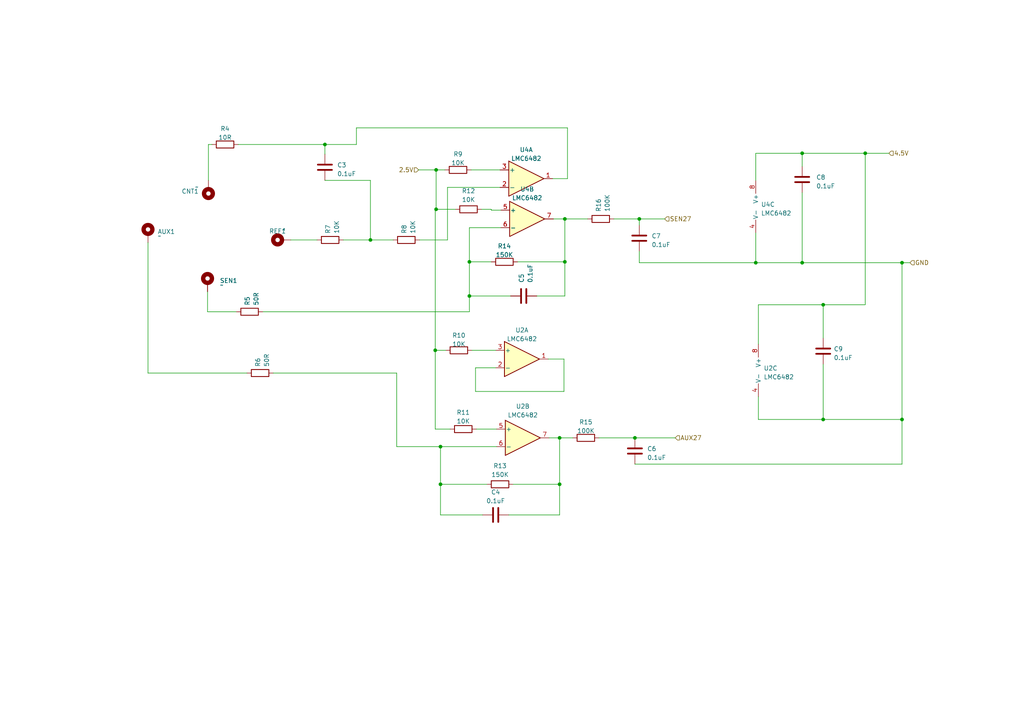
<source format=kicad_sch>
(kicad_sch (version 20230121) (generator eeschema)

  (uuid 697ca994-3231-4188-9ff1-7b6ef38875cb)

  (paper "A4")

  (lib_symbols
    (symbol "Amplifier_Operational:LMC6482" (pin_names (offset 0.127)) (in_bom yes) (on_board yes)
      (property "Reference" "U" (at 0 5.08 0)
        (effects (font (size 1.27 1.27)) (justify left))
      )
      (property "Value" "LMC6482" (at 0 -5.08 0)
        (effects (font (size 1.27 1.27)) (justify left))
      )
      (property "Footprint" "" (at 0 0 0)
        (effects (font (size 1.27 1.27)) hide)
      )
      (property "Datasheet" "http://www.ti.com/lit/ds/symlink/lmc6482.pdf" (at 0 0 0)
        (effects (font (size 1.27 1.27)) hide)
      )
      (property "ki_locked" "" (at 0 0 0)
        (effects (font (size 1.27 1.27)))
      )
      (property "ki_keywords" "dual opamp" (at 0 0 0)
        (effects (font (size 1.27 1.27)) hide)
      )
      (property "ki_description" "Dual CMOS Rail-to-Rail Input and Output Operational Amplifier, DIP-8/SOIC-8, SSOP-8" (at 0 0 0)
        (effects (font (size 1.27 1.27)) hide)
      )
      (property "ki_fp_filters" "SOIC*3.9x4.9mm*P1.27mm* DIP*W7.62mm* TO*99* OnSemi*Micro8* TSSOP*3x3mm*P0.65mm* TSSOP*4.4x3mm*P0.65mm* MSOP*3x3mm*P0.65mm* SSOP*3.9x4.9mm*P0.635mm* LFCSP*2x2mm*P0.5mm* *SIP* SOIC*5.3x6.2mm*P1.27mm*" (at 0 0 0)
        (effects (font (size 1.27 1.27)) hide)
      )
      (symbol "LMC6482_1_1"
        (polyline
          (pts
            (xy -5.08 5.08)
            (xy 5.08 0)
            (xy -5.08 -5.08)
            (xy -5.08 5.08)
          )
          (stroke (width 0.254) (type default))
          (fill (type background))
        )
        (pin output line (at 7.62 0 180) (length 2.54)
          (name "~" (effects (font (size 1.27 1.27))))
          (number "1" (effects (font (size 1.27 1.27))))
        )
        (pin input line (at -7.62 -2.54 0) (length 2.54)
          (name "-" (effects (font (size 1.27 1.27))))
          (number "2" (effects (font (size 1.27 1.27))))
        )
        (pin input line (at -7.62 2.54 0) (length 2.54)
          (name "+" (effects (font (size 1.27 1.27))))
          (number "3" (effects (font (size 1.27 1.27))))
        )
      )
      (symbol "LMC6482_2_1"
        (polyline
          (pts
            (xy -5.08 5.08)
            (xy 5.08 0)
            (xy -5.08 -5.08)
            (xy -5.08 5.08)
          )
          (stroke (width 0.254) (type default))
          (fill (type background))
        )
        (pin input line (at -7.62 2.54 0) (length 2.54)
          (name "+" (effects (font (size 1.27 1.27))))
          (number "5" (effects (font (size 1.27 1.27))))
        )
        (pin input line (at -7.62 -2.54 0) (length 2.54)
          (name "-" (effects (font (size 1.27 1.27))))
          (number "6" (effects (font (size 1.27 1.27))))
        )
        (pin output line (at 7.62 0 180) (length 2.54)
          (name "~" (effects (font (size 1.27 1.27))))
          (number "7" (effects (font (size 1.27 1.27))))
        )
      )
      (symbol "LMC6482_3_1"
        (pin power_in line (at -2.54 -7.62 90) (length 3.81)
          (name "V-" (effects (font (size 1.27 1.27))))
          (number "4" (effects (font (size 1.27 1.27))))
        )
        (pin power_in line (at -2.54 7.62 270) (length 3.81)
          (name "V+" (effects (font (size 1.27 1.27))))
          (number "8" (effects (font (size 1.27 1.27))))
        )
      )
    )
    (symbol "Device:C" (pin_numbers hide) (pin_names (offset 0.254)) (in_bom yes) (on_board yes)
      (property "Reference" "C" (at 0.635 2.54 0)
        (effects (font (size 1.27 1.27)) (justify left))
      )
      (property "Value" "C" (at 0.635 -2.54 0)
        (effects (font (size 1.27 1.27)) (justify left))
      )
      (property "Footprint" "" (at 0.9652 -3.81 0)
        (effects (font (size 1.27 1.27)) hide)
      )
      (property "Datasheet" "~" (at 0 0 0)
        (effects (font (size 1.27 1.27)) hide)
      )
      (property "ki_keywords" "cap capacitor" (at 0 0 0)
        (effects (font (size 1.27 1.27)) hide)
      )
      (property "ki_description" "Unpolarized capacitor" (at 0 0 0)
        (effects (font (size 1.27 1.27)) hide)
      )
      (property "ki_fp_filters" "C_*" (at 0 0 0)
        (effects (font (size 1.27 1.27)) hide)
      )
      (symbol "C_0_1"
        (polyline
          (pts
            (xy -2.032 -0.762)
            (xy 2.032 -0.762)
          )
          (stroke (width 0.508) (type default))
          (fill (type none))
        )
        (polyline
          (pts
            (xy -2.032 0.762)
            (xy 2.032 0.762)
          )
          (stroke (width 0.508) (type default))
          (fill (type none))
        )
      )
      (symbol "C_1_1"
        (pin passive line (at 0 3.81 270) (length 2.794)
          (name "~" (effects (font (size 1.27 1.27))))
          (number "1" (effects (font (size 1.27 1.27))))
        )
        (pin passive line (at 0 -3.81 90) (length 2.794)
          (name "~" (effects (font (size 1.27 1.27))))
          (number "2" (effects (font (size 1.27 1.27))))
        )
      )
    )
    (symbol "Device:R" (pin_numbers hide) (pin_names (offset 0)) (in_bom yes) (on_board yes)
      (property "Reference" "R" (at 2.032 0 90)
        (effects (font (size 1.27 1.27)))
      )
      (property "Value" "R" (at 0 0 90)
        (effects (font (size 1.27 1.27)))
      )
      (property "Footprint" "" (at -1.778 0 90)
        (effects (font (size 1.27 1.27)) hide)
      )
      (property "Datasheet" "~" (at 0 0 0)
        (effects (font (size 1.27 1.27)) hide)
      )
      (property "ki_keywords" "R res resistor" (at 0 0 0)
        (effects (font (size 1.27 1.27)) hide)
      )
      (property "ki_description" "Resistor" (at 0 0 0)
        (effects (font (size 1.27 1.27)) hide)
      )
      (property "ki_fp_filters" "R_*" (at 0 0 0)
        (effects (font (size 1.27 1.27)) hide)
      )
      (symbol "R_0_1"
        (rectangle (start -1.016 -2.54) (end 1.016 2.54)
          (stroke (width 0.254) (type default))
          (fill (type none))
        )
      )
      (symbol "R_1_1"
        (pin passive line (at 0 3.81 270) (length 1.27)
          (name "~" (effects (font (size 1.27 1.27))))
          (number "1" (effects (font (size 1.27 1.27))))
        )
        (pin passive line (at 0 -3.81 90) (length 1.27)
          (name "~" (effects (font (size 1.27 1.27))))
          (number "2" (effects (font (size 1.27 1.27))))
        )
      )
    )
    (symbol "Mechanical:MountingHole_Pad" (pin_numbers hide) (pin_names (offset 1.016) hide) (in_bom yes) (on_board yes)
      (property "Reference" "H" (at 0 6.35 0)
        (effects (font (size 1.27 1.27)))
      )
      (property "Value" "MountingHole_Pad" (at 0 4.445 0)
        (effects (font (size 1.27 1.27)))
      )
      (property "Footprint" "" (at 0 0 0)
        (effects (font (size 1.27 1.27)) hide)
      )
      (property "Datasheet" "~" (at 0 0 0)
        (effects (font (size 1.27 1.27)) hide)
      )
      (property "ki_keywords" "mounting hole" (at 0 0 0)
        (effects (font (size 1.27 1.27)) hide)
      )
      (property "ki_description" "Mounting Hole with connection" (at 0 0 0)
        (effects (font (size 1.27 1.27)) hide)
      )
      (property "ki_fp_filters" "MountingHole*Pad*" (at 0 0 0)
        (effects (font (size 1.27 1.27)) hide)
      )
      (symbol "MountingHole_Pad_0_1"
        (circle (center 0 1.27) (radius 1.27)
          (stroke (width 1.27) (type default))
          (fill (type none))
        )
      )
      (symbol "MountingHole_Pad_1_1"
        (pin input line (at 0 -2.54 90) (length 2.54)
          (name "1" (effects (font (size 1.27 1.27))))
          (number "1" (effects (font (size 1.27 1.27))))
        )
      )
    )
  )

  (junction (at 261.62 76.2) (diameter 0) (color 0 0 0 0)
    (uuid 049cac1a-1381-4f1f-9312-28be4426a37a)
  )
  (junction (at 163.83 75.946) (diameter 0) (color 0 0 0 0)
    (uuid 161024d7-dd4c-4aae-9466-1c647064b5da)
  )
  (junction (at 184.15 127) (diameter 0) (color 0 0 0 0)
    (uuid 2ab3ff15-27ce-4292-90e5-aa428e73c077)
  )
  (junction (at 126.492 60.706) (diameter 0) (color 0 0 0 0)
    (uuid 340294b5-8e11-48d0-8ea6-5cac2dcae473)
  )
  (junction (at 136.144 75.946) (diameter 0) (color 0 0 0 0)
    (uuid 37d0ae6a-70aa-4567-bc0a-299cc02b1f0d)
  )
  (junction (at 126.238 101.6) (diameter 0) (color 0 0 0 0)
    (uuid 497d8d3c-a94b-498e-9e1d-d50a5ebc21b9)
  )
  (junction (at 127.762 140.462) (diameter 0) (color 0 0 0 0)
    (uuid 4cfc5ae7-09bc-42a7-a3dc-f7ec8fda8b60)
  )
  (junction (at 238.76 121.666) (diameter 0) (color 0 0 0 0)
    (uuid 50410511-460b-4ba0-807a-2f252d21c2de)
  )
  (junction (at 261.62 121.666) (diameter 0) (color 0 0 0 0)
    (uuid 56f6aa72-f89b-40dd-b83e-7b9018b55be6)
  )
  (junction (at 232.664 76.2) (diameter 0) (color 0 0 0 0)
    (uuid 5c0979c4-cbab-4fd7-a602-59727fd073c4)
  )
  (junction (at 238.76 88.392) (diameter 0) (color 0 0 0 0)
    (uuid 5cc8b35a-f50e-42a3-b269-56d7a55bb9bd)
  )
  (junction (at 107.442 69.596) (diameter 0) (color 0 0 0 0)
    (uuid 64ce159f-d815-4cd2-814b-082216aea5e4)
  )
  (junction (at 162.306 127) (diameter 0) (color 0 0 0 0)
    (uuid 6fe25996-bb6e-4502-b303-74a2f9a829c1)
  )
  (junction (at 162.306 140.462) (diameter 0) (color 0 0 0 0)
    (uuid 77c5951c-edca-4a43-9baf-c798fb6d004c)
  )
  (junction (at 127.762 129.54) (diameter 0) (color 0 0 0 0)
    (uuid 7c481650-2bed-474b-8b45-5f01f988b65d)
  )
  (junction (at 185.42 63.5) (diameter 0) (color 0 0 0 0)
    (uuid 8eb787fe-6956-48be-8af9-17431dbb117a)
  )
  (junction (at 232.664 44.45) (diameter 0) (color 0 0 0 0)
    (uuid a486615d-9e4b-47bf-a4c1-99ec7fc170a6)
  )
  (junction (at 126.492 49.276) (diameter 0) (color 0 0 0 0)
    (uuid a7c8302c-7fa3-429b-838c-6cbc931d0238)
  )
  (junction (at 163.83 63.5) (diameter 0) (color 0 0 0 0)
    (uuid a9a7784b-c446-46bc-9dc8-821a71065912)
  )
  (junction (at 136.144 85.852) (diameter 0) (color 0 0 0 0)
    (uuid b5d70406-bc01-4185-8ccc-2c077b5a0db0)
  )
  (junction (at 219.202 76.2) (diameter 0) (color 0 0 0 0)
    (uuid d21fb3d5-922c-4e94-b6d5-fe9e2349cad6)
  )
  (junction (at 94.234 41.91) (diameter 0) (color 0 0 0 0)
    (uuid dd47f878-7222-42ff-af78-29aa15c8ed91)
  )
  (junction (at 250.952 44.45) (diameter 0) (color 0 0 0 0)
    (uuid e5f62bf2-95c4-42aa-8e85-e0c1584e7c17)
  )

  (wire (pts (xy 60.452 41.91) (xy 61.468 41.91))
    (stroke (width 0) (type default))
    (uuid 019f015e-3e7d-4597-a897-edef80c5abc1)
  )
  (wire (pts (xy 130.556 124.46) (xy 126.238 124.46))
    (stroke (width 0) (type default))
    (uuid 05c8fc17-9370-4b78-bd2b-25e4483b578d)
  )
  (wire (pts (xy 129.286 101.6) (xy 126.238 101.6))
    (stroke (width 0) (type default))
    (uuid 0893e62d-2b31-4423-8a0c-33fc073b70ab)
  )
  (wire (pts (xy 126.238 124.46) (xy 126.238 101.6))
    (stroke (width 0) (type default))
    (uuid 14d22ebb-4862-4398-b891-3e9c5302270c)
  )
  (wire (pts (xy 238.76 88.392) (xy 250.952 88.392))
    (stroke (width 0) (type default))
    (uuid 17703e17-1853-4c81-982b-d98ec6233612)
  )
  (wire (pts (xy 103.378 41.91) (xy 94.234 41.91))
    (stroke (width 0) (type default))
    (uuid 1925762e-3928-4e1a-b23c-9562417fc820)
  )
  (wire (pts (xy 79.248 108.204) (xy 115.062 108.204))
    (stroke (width 0) (type default))
    (uuid 22a1d406-f3c1-4041-ab02-cea2be73f8bc)
  )
  (wire (pts (xy 94.234 41.91) (xy 94.234 44.704))
    (stroke (width 0) (type default))
    (uuid 23d9b6e8-23aa-44c7-ad5c-cc767341473c)
  )
  (wire (pts (xy 178.054 63.5) (xy 185.42 63.5))
    (stroke (width 0) (type default))
    (uuid 283aba44-5753-4e71-8159-7c7bb1c36eb0)
  )
  (wire (pts (xy 261.62 76.2) (xy 263.906 76.2))
    (stroke (width 0) (type default))
    (uuid 289a3023-9632-4bdf-83a7-a0e7b2a82140)
  )
  (wire (pts (xy 42.926 70.358) (xy 42.926 108.204))
    (stroke (width 0) (type default))
    (uuid 29f0cf69-5514-4924-9325-7c6598b22533)
  )
  (wire (pts (xy 163.83 85.852) (xy 163.83 75.946))
    (stroke (width 0) (type default))
    (uuid 2facf01c-7e34-47ae-9197-f2b2ce0d4c77)
  )
  (wire (pts (xy 142.494 75.946) (xy 136.144 75.946))
    (stroke (width 0) (type default))
    (uuid 316d5e3c-eadf-40a6-b228-f3ecaa451eb6)
  )
  (wire (pts (xy 126.492 60.706) (xy 126.492 49.276))
    (stroke (width 0) (type default))
    (uuid 3618170f-f026-496a-b8d7-138df716275e)
  )
  (wire (pts (xy 107.442 52.324) (xy 107.442 69.596))
    (stroke (width 0) (type default))
    (uuid 37633550-d88c-4bdb-a44e-9cc64097a242)
  )
  (wire (pts (xy 129.794 54.356) (xy 129.794 69.596))
    (stroke (width 0) (type default))
    (uuid 3915472c-bf67-4858-822b-0ebbd6b34abd)
  )
  (wire (pts (xy 184.15 134.62) (xy 261.62 134.62))
    (stroke (width 0) (type default))
    (uuid 3a321bbb-b7d2-4a11-9e89-48723b3c49c6)
  )
  (wire (pts (xy 232.664 44.45) (xy 219.202 44.45))
    (stroke (width 0) (type default))
    (uuid 3a5ec124-b0e9-47a8-a74a-c0d5eddb2103)
  )
  (wire (pts (xy 163.576 113.538) (xy 137.922 113.538))
    (stroke (width 0) (type default))
    (uuid 3d7b0496-272f-4f32-a767-836953a94a4f)
  )
  (wire (pts (xy 159.258 127) (xy 162.306 127))
    (stroke (width 0) (type default))
    (uuid 3f7293ed-f563-4472-9f26-4cecad038d6f)
  )
  (wire (pts (xy 76.2 90.424) (xy 136.144 90.424))
    (stroke (width 0) (type default))
    (uuid 3fd965f9-4568-47e7-95bb-471731973b90)
  )
  (wire (pts (xy 141.224 140.462) (xy 127.762 140.462))
    (stroke (width 0) (type default))
    (uuid 3fda2263-5920-497c-8921-1954185f0715)
  )
  (wire (pts (xy 136.144 66.04) (xy 145.288 66.04))
    (stroke (width 0) (type default))
    (uuid 40691da4-6936-49b7-b824-ec2e7687e465)
  )
  (wire (pts (xy 162.306 140.462) (xy 162.306 127))
    (stroke (width 0) (type default))
    (uuid 424c734e-2b01-4362-9939-ff1fe4ba99b3)
  )
  (wire (pts (xy 69.088 41.91) (xy 94.234 41.91))
    (stroke (width 0) (type default))
    (uuid 433b2a5a-945b-424f-9d32-f2199041c892)
  )
  (wire (pts (xy 138.176 124.46) (xy 144.018 124.46))
    (stroke (width 0) (type default))
    (uuid 4678a5df-7210-4e07-84e9-d98772dbe325)
  )
  (wire (pts (xy 136.144 75.946) (xy 136.144 85.852))
    (stroke (width 0) (type default))
    (uuid 4be98c89-3ed8-4a53-84f3-2fcffe24c364)
  )
  (wire (pts (xy 136.144 85.852) (xy 136.144 90.424))
    (stroke (width 0) (type default))
    (uuid 4ca80ce9-a2cc-4b6b-a633-eb64b913d530)
  )
  (wire (pts (xy 99.568 69.596) (xy 107.442 69.596))
    (stroke (width 0) (type default))
    (uuid 50420cb1-81ec-4675-aa8b-3d34e22a2b6b)
  )
  (wire (pts (xy 127.762 129.54) (xy 144.018 129.54))
    (stroke (width 0) (type default))
    (uuid 50e9be33-8de5-487e-843a-6c65db319217)
  )
  (wire (pts (xy 261.62 121.666) (xy 261.62 76.2))
    (stroke (width 0) (type default))
    (uuid 5230cd48-5585-4de3-9fdc-8411ea1a196a)
  )
  (wire (pts (xy 145.034 54.356) (xy 129.794 54.356))
    (stroke (width 0) (type default))
    (uuid 589f950a-bbbc-449b-9b41-f8a6fbaa648d)
  )
  (wire (pts (xy 159.004 104.14) (xy 163.576 104.14))
    (stroke (width 0) (type default))
    (uuid 59d3f9ae-8072-457a-ad8a-eafe740e71df)
  )
  (wire (pts (xy 129.794 69.596) (xy 121.666 69.596))
    (stroke (width 0) (type default))
    (uuid 5a12c059-aaf4-4442-a4ac-6c93ad094270)
  )
  (wire (pts (xy 127.762 140.462) (xy 127.762 129.54))
    (stroke (width 0) (type default))
    (uuid 5a481581-d778-4ee6-afa4-bb02e1f7158c)
  )
  (wire (pts (xy 250.952 44.45) (xy 250.952 88.392))
    (stroke (width 0) (type default))
    (uuid 5c0b82f7-ec17-4161-8efc-dc1a042065f2)
  )
  (wire (pts (xy 219.202 76.2) (xy 232.664 76.2))
    (stroke (width 0) (type default))
    (uuid 5c9d59c4-c748-434a-ac03-89f31748c89c)
  )
  (wire (pts (xy 257.81 44.45) (xy 250.952 44.45))
    (stroke (width 0) (type default))
    (uuid 68767619-1ea8-40b0-a887-114e6ddfa569)
  )
  (wire (pts (xy 219.202 76.2) (xy 219.202 67.564))
    (stroke (width 0) (type default))
    (uuid 68d71f38-d458-4a99-b531-d51442f67f30)
  )
  (wire (pts (xy 232.664 44.45) (xy 232.664 48.26))
    (stroke (width 0) (type default))
    (uuid 69253910-fd7c-4134-b13b-60c7dbe13271)
  )
  (wire (pts (xy 148.844 140.462) (xy 162.306 140.462))
    (stroke (width 0) (type default))
    (uuid 6b7432fc-4ff4-42b8-b036-cda918a6def5)
  )
  (wire (pts (xy 163.576 104.14) (xy 163.576 113.538))
    (stroke (width 0) (type default))
    (uuid 6f0b1f69-5d7b-417e-987c-10aec5c68a07)
  )
  (wire (pts (xy 84.328 69.596) (xy 91.948 69.596))
    (stroke (width 0) (type default))
    (uuid 72dd9a35-929d-4e84-a0b6-ef2d809fb451)
  )
  (wire (pts (xy 115.062 129.54) (xy 127.762 129.54))
    (stroke (width 0) (type default))
    (uuid 7403fb8d-fc56-4ce5-842e-3a810fbac279)
  )
  (wire (pts (xy 238.76 105.664) (xy 238.76 121.666))
    (stroke (width 0) (type default))
    (uuid 75e92bff-dfb5-420d-b5dc-d542df3b0755)
  )
  (wire (pts (xy 219.964 115.062) (xy 219.964 121.666))
    (stroke (width 0) (type default))
    (uuid 7a41fe22-8002-4295-a963-e204fa06a36d)
  )
  (wire (pts (xy 136.906 101.6) (xy 143.764 101.6))
    (stroke (width 0) (type default))
    (uuid 7bae5454-43ef-41f0-b624-1e74484acee8)
  )
  (wire (pts (xy 126.238 60.706) (xy 126.492 60.706))
    (stroke (width 0) (type default))
    (uuid 8019cea9-07f8-47be-957f-0c74f579ddfa)
  )
  (wire (pts (xy 160.274 51.816) (xy 164.592 51.816))
    (stroke (width 0) (type default))
    (uuid 856fbce6-defe-4673-8dd9-0a8d49232fed)
  )
  (wire (pts (xy 150.114 75.946) (xy 163.83 75.946))
    (stroke (width 0) (type default))
    (uuid 89723153-b036-4704-88c0-2ef87a9e12b4)
  )
  (wire (pts (xy 126.492 49.276) (xy 129.032 49.276))
    (stroke (width 0) (type default))
    (uuid 89a45430-7ec3-40c2-b1c8-783deed3f5d4)
  )
  (wire (pts (xy 155.702 85.852) (xy 163.83 85.852))
    (stroke (width 0) (type default))
    (uuid 8afb89b1-a120-4dfe-bd77-4ca74c1ba991)
  )
  (wire (pts (xy 163.83 63.5) (xy 163.83 75.946))
    (stroke (width 0) (type default))
    (uuid 8c4fd9f7-4d52-44fc-ac32-47240951bd89)
  )
  (wire (pts (xy 136.652 49.276) (xy 145.034 49.276))
    (stroke (width 0) (type default))
    (uuid 904f0010-79ee-4f8a-aa1e-95599f2e7894)
  )
  (wire (pts (xy 238.76 121.666) (xy 261.62 121.666))
    (stroke (width 0) (type default))
    (uuid 9378cb4a-143c-43b6-aba0-996ae1da0580)
  )
  (wire (pts (xy 139.7 60.706) (xy 142.494 60.706))
    (stroke (width 0) (type default))
    (uuid 95868b08-429a-4087-8f84-ca479314d580)
  )
  (wire (pts (xy 238.76 98.044) (xy 238.76 88.392))
    (stroke (width 0) (type default))
    (uuid 9678c281-68a0-4b1a-b498-65f4443f391a)
  )
  (wire (pts (xy 60.198 90.424) (xy 68.58 90.424))
    (stroke (width 0) (type default))
    (uuid 9764768a-1f2c-4488-a40f-f0b4db44a422)
  )
  (wire (pts (xy 219.964 121.666) (xy 238.76 121.666))
    (stroke (width 0) (type default))
    (uuid 9910f8d5-5299-4e4a-b4f9-910d32c03a04)
  )
  (wire (pts (xy 42.926 108.204) (xy 71.628 108.204))
    (stroke (width 0) (type default))
    (uuid ab8115bb-11a9-44f3-8c49-783fac5a90e7)
  )
  (wire (pts (xy 137.922 113.538) (xy 137.922 106.68))
    (stroke (width 0) (type default))
    (uuid ab8937b2-a062-4e00-bb4d-84c340e01f33)
  )
  (wire (pts (xy 136.144 85.852) (xy 148.082 85.852))
    (stroke (width 0) (type default))
    (uuid abb22e3b-9c74-4ec4-aa16-4d4a649c010f)
  )
  (wire (pts (xy 185.42 63.5) (xy 185.42 65.278))
    (stroke (width 0) (type default))
    (uuid b1121dc9-b805-4143-8776-8a2e3186f455)
  )
  (wire (pts (xy 142.494 60.706) (xy 142.494 60.96))
    (stroke (width 0) (type default))
    (uuid b1b8f009-0d52-4be5-9101-fdd8453a8abd)
  )
  (wire (pts (xy 163.83 63.5) (xy 160.528 63.5))
    (stroke (width 0) (type default))
    (uuid b3a14a50-a93c-4b54-aeca-86be018a020f)
  )
  (wire (pts (xy 164.592 51.816) (xy 164.592 37.084))
    (stroke (width 0) (type default))
    (uuid ba49f0e8-2069-4561-9725-edbea3d2aadb)
  )
  (wire (pts (xy 185.42 72.898) (xy 185.42 76.2))
    (stroke (width 0) (type default))
    (uuid c5fae59f-e18d-4e19-bb89-680b65bbad66)
  )
  (wire (pts (xy 142.494 60.96) (xy 145.288 60.96))
    (stroke (width 0) (type default))
    (uuid c6b653b2-6666-4a6a-807a-d42bf1121f3e)
  )
  (wire (pts (xy 60.452 41.91) (xy 60.452 52.324))
    (stroke (width 0) (type default))
    (uuid c6d0a1a8-a08c-4fd1-9316-da9b6990e90c)
  )
  (wire (pts (xy 185.42 76.2) (xy 219.202 76.2))
    (stroke (width 0) (type default))
    (uuid c96fe81c-7273-412d-a3b7-f3b304d264e3)
  )
  (wire (pts (xy 232.664 76.2) (xy 261.62 76.2))
    (stroke (width 0) (type default))
    (uuid cb43e174-11a2-4027-8039-a61dcfb9475b)
  )
  (wire (pts (xy 60.198 84.582) (xy 60.198 90.424))
    (stroke (width 0) (type default))
    (uuid ccb705fe-079e-4c1f-84d5-5d837fbc3c26)
  )
  (wire (pts (xy 219.964 88.392) (xy 238.76 88.392))
    (stroke (width 0) (type default))
    (uuid ceee2bb9-cd82-41cd-8574-5d25366f038b)
  )
  (wire (pts (xy 115.062 108.204) (xy 115.062 129.54))
    (stroke (width 0) (type default))
    (uuid d159ace4-0334-4ab8-b018-d55f9b1fd636)
  )
  (wire (pts (xy 250.952 44.45) (xy 232.664 44.45))
    (stroke (width 0) (type default))
    (uuid d1dda789-0b41-4760-aae0-f027a8b2f4f0)
  )
  (wire (pts (xy 195.834 127) (xy 184.15 127))
    (stroke (width 0) (type default))
    (uuid d438c6c4-cada-4098-9244-208e6c1d186f)
  )
  (wire (pts (xy 94.234 52.324) (xy 107.442 52.324))
    (stroke (width 0) (type default))
    (uuid d6fb0105-41ee-4025-9f9f-f360e6a00645)
  )
  (wire (pts (xy 162.306 149.352) (xy 162.306 140.462))
    (stroke (width 0) (type default))
    (uuid d799c150-ac8a-48f6-8ba2-d7e320218f77)
  )
  (wire (pts (xy 232.664 55.88) (xy 232.664 76.2))
    (stroke (width 0) (type default))
    (uuid d8a97135-644d-4f00-b8ad-c0dccb47702b)
  )
  (wire (pts (xy 103.378 37.084) (xy 103.378 41.91))
    (stroke (width 0) (type default))
    (uuid d9e9c6b9-0681-4487-b69d-691e762e4392)
  )
  (wire (pts (xy 107.442 69.596) (xy 114.046 69.596))
    (stroke (width 0) (type default))
    (uuid dae77822-fbc5-4b1c-bf53-981706b05c10)
  )
  (wire (pts (xy 137.922 106.68) (xy 143.764 106.68))
    (stroke (width 0) (type default))
    (uuid dc5e4ad4-10af-4a22-bcbe-3f4fc9a6f63b)
  )
  (wire (pts (xy 170.434 63.5) (xy 163.83 63.5))
    (stroke (width 0) (type default))
    (uuid de9f9200-0f59-4635-8486-00eaeabfcd8a)
  )
  (wire (pts (xy 147.574 149.352) (xy 162.306 149.352))
    (stroke (width 0) (type default))
    (uuid df9af3b7-ee2a-4782-9de5-ddf9054563f9)
  )
  (wire (pts (xy 132.08 60.706) (xy 126.492 60.706))
    (stroke (width 0) (type default))
    (uuid e1adc988-374d-49c2-ad7d-42ab5f6b0eb3)
  )
  (wire (pts (xy 219.202 44.45) (xy 219.202 52.324))
    (stroke (width 0) (type default))
    (uuid e2641c47-88fd-4287-a019-23b380161ce8)
  )
  (wire (pts (xy 192.786 63.5) (xy 185.42 63.5))
    (stroke (width 0) (type default))
    (uuid e3fe9d6f-c256-4ef3-9a99-ce6158b42713)
  )
  (wire (pts (xy 219.964 99.822) (xy 219.964 88.392))
    (stroke (width 0) (type default))
    (uuid ea7206df-d71b-4e9b-a06e-c294c961070c)
  )
  (wire (pts (xy 136.144 66.04) (xy 136.144 75.946))
    (stroke (width 0) (type default))
    (uuid ed9d38d3-9786-4cdc-8d94-340687ff1e5c)
  )
  (wire (pts (xy 127.762 149.352) (xy 127.762 140.462))
    (stroke (width 0) (type default))
    (uuid ef2271fd-07dc-448f-9039-4117f4f68f6a)
  )
  (wire (pts (xy 173.736 127) (xy 184.15 127))
    (stroke (width 0) (type default))
    (uuid f469f6d3-35fa-4e68-b1db-acc749e1453c)
  )
  (wire (pts (xy 121.412 49.276) (xy 126.492 49.276))
    (stroke (width 0) (type default))
    (uuid f4fa50e6-1b3a-4779-b334-440d38b5d05c)
  )
  (wire (pts (xy 162.306 127) (xy 166.116 127))
    (stroke (width 0) (type default))
    (uuid f8027949-e0b0-4fb5-88c4-102fd0f17a13)
  )
  (wire (pts (xy 261.62 134.62) (xy 261.62 121.666))
    (stroke (width 0) (type default))
    (uuid f8dd1c80-da77-4647-af00-6ff9e00ecda0)
  )
  (wire (pts (xy 139.954 149.352) (xy 127.762 149.352))
    (stroke (width 0) (type default))
    (uuid f9c9f0da-10d6-4e45-ba53-5acc712ae21e)
  )
  (wire (pts (xy 126.238 60.706) (xy 126.238 101.6))
    (stroke (width 0) (type default))
    (uuid fd8a9cc7-130d-4ab4-b728-55f97f6fbe54)
  )
  (wire (pts (xy 164.592 37.084) (xy 103.378 37.084))
    (stroke (width 0) (type default))
    (uuid ff69189d-2d02-468c-b4b7-c86f6f2c7a5f)
  )

  (hierarchical_label "AUX27" (shape input) (at 195.834 127 0) (fields_autoplaced)
    (effects (font (size 1.27 1.27)) (justify left))
    (uuid 03d95b5e-d148-4d2f-9711-28336e3d9274)
  )
  (hierarchical_label "GND" (shape input) (at 263.906 76.2 0) (fields_autoplaced)
    (effects (font (size 1.27 1.27)) (justify left))
    (uuid 054a26ef-0e79-4fe9-88bb-a203df0b135d)
  )
  (hierarchical_label "4.5V" (shape input) (at 257.81 44.45 0) (fields_autoplaced)
    (effects (font (size 1.27 1.27)) (justify left))
    (uuid 33e07d68-c8dd-4e55-9b4f-7c814540837e)
  )
  (hierarchical_label "2.5V" (shape input) (at 121.412 49.276 180) (fields_autoplaced)
    (effects (font (size 1.27 1.27)) (justify right))
    (uuid b71e4ed2-23df-4545-96fd-0463702ecb11)
  )
  (hierarchical_label "SEN27" (shape input) (at 192.786 63.5 0) (fields_autoplaced)
    (effects (font (size 1.27 1.27)) (justify left))
    (uuid df618f3d-ebfa-4174-a630-a7ef7d08757c)
  )

  (symbol (lib_id "Device:R") (at 75.438 108.204 90) (unit 1)
    (in_bom yes) (on_board yes) (dnp no)
    (uuid 0572d9b4-5fcb-4eb2-8805-c145b728e6a6)
    (property "Reference" "R6" (at 74.803 106.426 0)
      (effects (font (size 1.27 1.27)) (justify left))
    )
    (property "Value" "50R" (at 77.343 106.426 0)
      (effects (font (size 1.27 1.27)) (justify left))
    )
    (property "Footprint" "Resistor_SMD:R_0402_1005Metric" (at 75.438 109.982 90)
      (effects (font (size 1.27 1.27)) hide)
    )
    (property "Datasheet" "~" (at 75.438 108.204 0)
      (effects (font (size 1.27 1.27)) hide)
    )
    (pin "1" (uuid 90d16f7f-8dc6-41eb-958c-936890f1bb70))
    (pin "2" (uuid 0fbc3d9a-b0b6-47b8-97da-da52a0998226))
    (instances
      (project "Air quality project"
        (path "/67b6672b-0c15-41a5-a844-17aa721018b8/e2c83066-cae4-4a4f-a05c-59cf4d457446"
          (reference "R6") (unit 1)
        )
        (path "/67b6672b-0c15-41a5-a844-17aa721018b8/be65ffb6-5f15-4847-ab99-a8924076e9fe"
          (reference "R29") (unit 1)
        )
        (path "/67b6672b-0c15-41a5-a844-17aa721018b8/72017f92-ae17-4c57-85c4-68b28237a3c6"
          (reference "R305") (unit 1)
        )
      )
    )
  )

  (symbol (lib_id "Device:C") (at 185.42 69.088 0) (unit 1)
    (in_bom yes) (on_board yes) (dnp no) (fields_autoplaced)
    (uuid 09371645-13a0-4886-b552-6e83b0ba053e)
    (property "Reference" "C7" (at 188.976 68.453 0)
      (effects (font (size 1.27 1.27)) (justify left))
    )
    (property "Value" "0.1uF" (at 188.976 70.993 0)
      (effects (font (size 1.27 1.27)) (justify left))
    )
    (property "Footprint" "Capacitor_SMD:C_0402_1005Metric" (at 186.3852 72.898 0)
      (effects (font (size 1.27 1.27)) hide)
    )
    (property "Datasheet" "~" (at 185.42 69.088 0)
      (effects (font (size 1.27 1.27)) hide)
    )
    (pin "1" (uuid fe015ebc-17f3-46bd-8c08-4064e3cdc4ab))
    (pin "2" (uuid 47f72eef-6df1-4a6b-98c1-5f1d1e592566))
    (instances
      (project "Air quality project"
        (path "/67b6672b-0c15-41a5-a844-17aa721018b8/e2c83066-cae4-4a4f-a05c-59cf4d457446"
          (reference "C7") (unit 1)
        )
        (path "/67b6672b-0c15-41a5-a844-17aa721018b8/be65ffb6-5f15-4847-ab99-a8924076e9fe"
          (reference "C37") (unit 1)
        )
        (path "/67b6672b-0c15-41a5-a844-17aa721018b8/72017f92-ae17-4c57-85c4-68b28237a3c6"
          (reference "C168") (unit 1)
        )
      )
    )
  )

  (symbol (lib_id "Amplifier_Operational:LMC6482") (at 152.908 63.5 0) (unit 2)
    (in_bom yes) (on_board yes) (dnp no) (fields_autoplaced)
    (uuid 0b478deb-f48b-4384-bf55-6cdac4844ec0)
    (property "Reference" "U4" (at 152.908 54.864 0)
      (effects (font (size 1.27 1.27)))
    )
    (property "Value" "LMC6482" (at 152.908 57.404 0)
      (effects (font (size 1.27 1.27)))
    )
    (property "Footprint" "Package_SO:SOIC-8_3.9x4.9mm_P1.27mm" (at 152.908 63.5 0)
      (effects (font (size 1.27 1.27)) hide)
    )
    (property "Datasheet" "http://www.ti.com/lit/ds/symlink/lmc6482.pdf" (at 152.908 63.5 0)
      (effects (font (size 1.27 1.27)) hide)
    )
    (pin "1" (uuid 9c1e9d8f-1c28-41e3-9575-41efbc51ba50))
    (pin "2" (uuid 1d0291f0-3ca2-4510-9705-02c12b2ea42d))
    (pin "3" (uuid 1f78b38e-dbc0-4584-b37f-86c494584341))
    (pin "5" (uuid 887e8296-761d-4a10-88ec-aa30b082bdbe))
    (pin "6" (uuid db1ef0b5-6712-47ec-9223-8020b359800e))
    (pin "7" (uuid baab0c4d-c901-41ef-ac88-48a53bb14efa))
    (pin "4" (uuid 06dc1765-d68c-4f67-a73b-d9fa7caa6956))
    (pin "8" (uuid 2077a737-d294-413f-b778-56afbb60776f))
    (instances
      (project "Air quality project"
        (path "/67b6672b-0c15-41a5-a844-17aa721018b8/e2c83066-cae4-4a4f-a05c-59cf4d457446"
          (reference "U4") (unit 2)
        )
        (path "/67b6672b-0c15-41a5-a844-17aa721018b8/be65ffb6-5f15-4847-ab99-a8924076e9fe"
          (reference "U13") (unit 2)
        )
        (path "/67b6672b-0c15-41a5-a844-17aa721018b8/72017f92-ae17-4c57-85c4-68b28237a3c6"
          (reference "U50") (unit 2)
        )
      )
    )
  )

  (symbol (lib_id "Device:R") (at 117.856 69.596 90) (unit 1)
    (in_bom yes) (on_board yes) (dnp no)
    (uuid 0bcd51c6-c7c8-405d-905a-00768c985aa5)
    (property "Reference" "R8" (at 117.221 67.818 0)
      (effects (font (size 1.27 1.27)) (justify left))
    )
    (property "Value" "10K" (at 119.761 67.818 0)
      (effects (font (size 1.27 1.27)) (justify left))
    )
    (property "Footprint" "Resistor_SMD:R_0402_1005Metric" (at 117.856 71.374 90)
      (effects (font (size 1.27 1.27)) hide)
    )
    (property "Datasheet" "~" (at 117.856 69.596 0)
      (effects (font (size 1.27 1.27)) hide)
    )
    (pin "1" (uuid f49ba4e1-18a3-4766-92a5-11bb8d505f42))
    (pin "2" (uuid 1a4a9a63-a28e-4a1a-aa5e-73e8637678b4))
    (instances
      (project "Air quality project"
        (path "/67b6672b-0c15-41a5-a844-17aa721018b8/e2c83066-cae4-4a4f-a05c-59cf4d457446"
          (reference "R8") (unit 1)
        )
        (path "/67b6672b-0c15-41a5-a844-17aa721018b8/be65ffb6-5f15-4847-ab99-a8924076e9fe"
          (reference "R39") (unit 1)
        )
        (path "/67b6672b-0c15-41a5-a844-17aa721018b8/72017f92-ae17-4c57-85c4-68b28237a3c6"
          (reference "R307") (unit 1)
        )
      )
    )
  )

  (symbol (lib_id "Device:C") (at 143.764 149.352 90) (unit 1)
    (in_bom yes) (on_board yes) (dnp no) (fields_autoplaced)
    (uuid 220fa205-4217-4fb5-90f7-71405983f126)
    (property "Reference" "C4" (at 143.764 142.748 90)
      (effects (font (size 1.27 1.27)))
    )
    (property "Value" "0.1uF" (at 143.764 145.288 90)
      (effects (font (size 1.27 1.27)))
    )
    (property "Footprint" "Capacitor_SMD:C_0402_1005Metric" (at 147.574 148.3868 0)
      (effects (font (size 1.27 1.27)) hide)
    )
    (property "Datasheet" "~" (at 143.764 149.352 0)
      (effects (font (size 1.27 1.27)) hide)
    )
    (pin "1" (uuid baf178fd-b97a-4be0-9446-2c03878d828a))
    (pin "2" (uuid 43cf57c5-3092-407c-8e60-cb3cf4025e32))
    (instances
      (project "Air quality project"
        (path "/67b6672b-0c15-41a5-a844-17aa721018b8/e2c83066-cae4-4a4f-a05c-59cf4d457446"
          (reference "C4") (unit 1)
        )
        (path "/67b6672b-0c15-41a5-a844-17aa721018b8/be65ffb6-5f15-4847-ab99-a8924076e9fe"
          (reference "C34") (unit 1)
        )
        (path "/67b6672b-0c15-41a5-a844-17aa721018b8/72017f92-ae17-4c57-85c4-68b28237a3c6"
          (reference "C165") (unit 1)
        )
      )
    )
  )

  (symbol (lib_id "Device:R") (at 134.366 124.46 90) (unit 1)
    (in_bom yes) (on_board yes) (dnp no) (fields_autoplaced)
    (uuid 23d3717d-39f0-4cfc-a4d2-25c80f1276fa)
    (property "Reference" "R11" (at 134.366 119.634 90)
      (effects (font (size 1.27 1.27)))
    )
    (property "Value" "10K" (at 134.366 122.174 90)
      (effects (font (size 1.27 1.27)))
    )
    (property "Footprint" "Resistor_SMD:R_0402_1005Metric" (at 134.366 126.238 90)
      (effects (font (size 1.27 1.27)) hide)
    )
    (property "Datasheet" "~" (at 134.366 124.46 0)
      (effects (font (size 1.27 1.27)) hide)
    )
    (pin "1" (uuid 484e2718-7a33-4c67-b90b-04ff073d96b8))
    (pin "2" (uuid a151505e-3827-40fa-a9fd-961549fa3a12))
    (instances
      (project "Air quality project"
        (path "/67b6672b-0c15-41a5-a844-17aa721018b8/e2c83066-cae4-4a4f-a05c-59cf4d457446"
          (reference "R11") (unit 1)
        )
        (path "/67b6672b-0c15-41a5-a844-17aa721018b8/be65ffb6-5f15-4847-ab99-a8924076e9fe"
          (reference "R54") (unit 1)
        )
        (path "/67b6672b-0c15-41a5-a844-17aa721018b8/72017f92-ae17-4c57-85c4-68b28237a3c6"
          (reference "R310") (unit 1)
        )
      )
    )
  )

  (symbol (lib_id "Device:C") (at 232.664 52.07 0) (unit 1)
    (in_bom yes) (on_board yes) (dnp no) (fields_autoplaced)
    (uuid 23f1c962-7bd4-41fb-99b3-a78c845d4de4)
    (property "Reference" "C8" (at 236.728 51.435 0)
      (effects (font (size 1.27 1.27)) (justify left))
    )
    (property "Value" "0.1uF" (at 236.728 53.975 0)
      (effects (font (size 1.27 1.27)) (justify left))
    )
    (property "Footprint" "Capacitor_SMD:C_0402_1005Metric" (at 233.6292 55.88 0)
      (effects (font (size 1.27 1.27)) hide)
    )
    (property "Datasheet" "~" (at 232.664 52.07 0)
      (effects (font (size 1.27 1.27)) hide)
    )
    (pin "1" (uuid 3e2e7360-9874-454f-841d-2286e4a6a6c2))
    (pin "2" (uuid b8430a49-2345-4a6d-aacc-d4c771192205))
    (instances
      (project "Air quality project"
        (path "/67b6672b-0c15-41a5-a844-17aa721018b8/e2c83066-cae4-4a4f-a05c-59cf4d457446"
          (reference "C8") (unit 1)
        )
        (path "/67b6672b-0c15-41a5-a844-17aa721018b8/be65ffb6-5f15-4847-ab99-a8924076e9fe"
          (reference "C38") (unit 1)
        )
        (path "/67b6672b-0c15-41a5-a844-17aa721018b8/72017f92-ae17-4c57-85c4-68b28237a3c6"
          (reference "C169") (unit 1)
        )
      )
    )
  )

  (symbol (lib_id "Device:R") (at 135.89 60.706 90) (unit 1)
    (in_bom yes) (on_board yes) (dnp no) (fields_autoplaced)
    (uuid 29074d94-58b8-4465-8936-e1fb600a043b)
    (property "Reference" "R12" (at 135.89 55.372 90)
      (effects (font (size 1.27 1.27)))
    )
    (property "Value" "10K" (at 135.89 57.912 90)
      (effects (font (size 1.27 1.27)))
    )
    (property "Footprint" "Resistor_SMD:R_0402_1005Metric" (at 135.89 62.484 90)
      (effects (font (size 1.27 1.27)) hide)
    )
    (property "Datasheet" "~" (at 135.89 60.706 0)
      (effects (font (size 1.27 1.27)) hide)
    )
    (pin "1" (uuid af2f42e2-fcfe-4a75-888c-74add79352bd))
    (pin "2" (uuid 8a4366e7-e2a7-443e-8aaf-0833204c8fc4))
    (instances
      (project "Air quality project"
        (path "/67b6672b-0c15-41a5-a844-17aa721018b8/e2c83066-cae4-4a4f-a05c-59cf4d457446"
          (reference "R12") (unit 1)
        )
        (path "/67b6672b-0c15-41a5-a844-17aa721018b8/be65ffb6-5f15-4847-ab99-a8924076e9fe"
          (reference "R59") (unit 1)
        )
        (path "/67b6672b-0c15-41a5-a844-17aa721018b8/72017f92-ae17-4c57-85c4-68b28237a3c6"
          (reference "R311") (unit 1)
        )
      )
    )
  )

  (symbol (lib_id "Amplifier_Operational:LMC6482") (at 221.742 59.944 0) (unit 3)
    (in_bom yes) (on_board yes) (dnp no) (fields_autoplaced)
    (uuid 2c855fdb-c0b7-46f4-8beb-112cf0e6829d)
    (property "Reference" "U4" (at 220.726 59.309 0)
      (effects (font (size 1.27 1.27)) (justify left))
    )
    (property "Value" "LMC6482" (at 220.726 61.849 0)
      (effects (font (size 1.27 1.27)) (justify left))
    )
    (property "Footprint" "Package_SO:SOIC-8_3.9x4.9mm_P1.27mm" (at 221.742 59.944 0)
      (effects (font (size 1.27 1.27)) hide)
    )
    (property "Datasheet" "http://www.ti.com/lit/ds/symlink/lmc6482.pdf" (at 221.742 59.944 0)
      (effects (font (size 1.27 1.27)) hide)
    )
    (pin "1" (uuid 42791d0d-7717-4b04-a0ca-b0a647570e7e))
    (pin "2" (uuid 4a2fa161-9821-4b02-bf44-5123dc1327cb))
    (pin "3" (uuid 64a3c500-0113-480b-84b8-bf62972d5f8e))
    (pin "5" (uuid d00ef563-4214-461f-ba82-fc7819b91257))
    (pin "6" (uuid a6025e8c-eb59-4fda-bafe-a0fd2776d170))
    (pin "7" (uuid 893ff0da-9dcf-4d3e-aa6a-c4e684c3eff1))
    (pin "4" (uuid 4437a6a5-f596-4550-9814-618e5ee854aa))
    (pin "8" (uuid 896e98cb-ed63-4d00-b8f2-f7779c6511cc))
    (instances
      (project "Air quality project"
        (path "/67b6672b-0c15-41a5-a844-17aa721018b8/e2c83066-cae4-4a4f-a05c-59cf4d457446"
          (reference "U4") (unit 3)
        )
        (path "/67b6672b-0c15-41a5-a844-17aa721018b8/be65ffb6-5f15-4847-ab99-a8924076e9fe"
          (reference "U13") (unit 3)
        )
        (path "/67b6672b-0c15-41a5-a844-17aa721018b8/72017f92-ae17-4c57-85c4-68b28237a3c6"
          (reference "U50") (unit 3)
        )
      )
    )
  )

  (symbol (lib_id "Device:R") (at 174.244 63.5 90) (unit 1)
    (in_bom yes) (on_board yes) (dnp no)
    (uuid 2fd71d83-b816-4294-924f-c408ce835144)
    (property "Reference" "R16" (at 173.609 61.468 0)
      (effects (font (size 1.27 1.27)) (justify left))
    )
    (property "Value" "100K" (at 176.149 61.468 0)
      (effects (font (size 1.27 1.27)) (justify left))
    )
    (property "Footprint" "Resistor_SMD:R_0402_1005Metric" (at 174.244 65.278 90)
      (effects (font (size 1.27 1.27)) hide)
    )
    (property "Datasheet" "~" (at 174.244 63.5 0)
      (effects (font (size 1.27 1.27)) hide)
    )
    (pin "1" (uuid 8cf09e1a-e853-4788-a354-469043c1ed3f))
    (pin "2" (uuid 98faa5b3-537d-46b5-a052-0da119a4964e))
    (instances
      (project "Air quality project"
        (path "/67b6672b-0c15-41a5-a844-17aa721018b8/e2c83066-cae4-4a4f-a05c-59cf4d457446"
          (reference "R16") (unit 1)
        )
        (path "/67b6672b-0c15-41a5-a844-17aa721018b8/be65ffb6-5f15-4847-ab99-a8924076e9fe"
          (reference "R71") (unit 1)
        )
        (path "/67b6672b-0c15-41a5-a844-17aa721018b8/72017f92-ae17-4c57-85c4-68b28237a3c6"
          (reference "R315") (unit 1)
        )
      )
    )
  )

  (symbol (lib_id "Device:C") (at 238.76 101.854 0) (unit 1)
    (in_bom yes) (on_board yes) (dnp no)
    (uuid 37c21858-bd48-49dc-935f-43873f4f6968)
    (property "Reference" "C9" (at 241.808 101.219 0)
      (effects (font (size 1.27 1.27)) (justify left))
    )
    (property "Value" "0.1uF" (at 241.808 103.759 0)
      (effects (font (size 1.27 1.27)) (justify left))
    )
    (property "Footprint" "Capacitor_SMD:C_0402_1005Metric" (at 239.7252 105.664 0)
      (effects (font (size 1.27 1.27)) hide)
    )
    (property "Datasheet" "~" (at 238.76 101.854 0)
      (effects (font (size 1.27 1.27)) hide)
    )
    (pin "1" (uuid c3cea828-e2f5-40ab-896b-fb9ec8f94948))
    (pin "2" (uuid 5e9c8e05-f30b-4bcf-83fa-3a37669e6330))
    (instances
      (project "Air quality project"
        (path "/67b6672b-0c15-41a5-a844-17aa721018b8/e2c83066-cae4-4a4f-a05c-59cf4d457446"
          (reference "C9") (unit 1)
        )
        (path "/67b6672b-0c15-41a5-a844-17aa721018b8/be65ffb6-5f15-4847-ab99-a8924076e9fe"
          (reference "C39") (unit 1)
        )
        (path "/67b6672b-0c15-41a5-a844-17aa721018b8/72017f92-ae17-4c57-85c4-68b28237a3c6"
          (reference "C170") (unit 1)
        )
      )
    )
  )

  (symbol (lib_id "Device:C") (at 151.892 85.852 90) (unit 1)
    (in_bom yes) (on_board yes) (dnp no)
    (uuid 434928bf-0f3c-4dd2-8ec9-67a3596b04ec)
    (property "Reference" "C5" (at 151.257 82.042 0)
      (effects (font (size 1.27 1.27)) (justify left))
    )
    (property "Value" "0.1uF" (at 153.797 82.042 0)
      (effects (font (size 1.27 1.27)) (justify left))
    )
    (property "Footprint" "Capacitor_SMD:C_0402_1005Metric" (at 155.702 84.8868 0)
      (effects (font (size 1.27 1.27)) hide)
    )
    (property "Datasheet" "~" (at 151.892 85.852 0)
      (effects (font (size 1.27 1.27)) hide)
    )
    (pin "1" (uuid 58b493d5-8484-4436-bd52-efec3c52e711))
    (pin "2" (uuid ac132414-a23a-47e8-8cc8-b2afaf33c528))
    (instances
      (project "Air quality project"
        (path "/67b6672b-0c15-41a5-a844-17aa721018b8/e2c83066-cae4-4a4f-a05c-59cf4d457446"
          (reference "C5") (unit 1)
        )
        (path "/67b6672b-0c15-41a5-a844-17aa721018b8/be65ffb6-5f15-4847-ab99-a8924076e9fe"
          (reference "C35") (unit 1)
        )
        (path "/67b6672b-0c15-41a5-a844-17aa721018b8/72017f92-ae17-4c57-85c4-68b28237a3c6"
          (reference "C166") (unit 1)
        )
      )
    )
  )

  (symbol (lib_id "Amplifier_Operational:LMC6482") (at 151.638 127 0) (unit 2)
    (in_bom yes) (on_board yes) (dnp no) (fields_autoplaced)
    (uuid 5a1ff32b-f337-4649-bf2a-6fabc3b49ee4)
    (property "Reference" "U2" (at 151.638 117.856 0)
      (effects (font (size 1.27 1.27)))
    )
    (property "Value" "LMC6482" (at 151.638 120.396 0)
      (effects (font (size 1.27 1.27)))
    )
    (property "Footprint" "Package_SO:SOIC-8_3.9x4.9mm_P1.27mm" (at 151.638 127 0)
      (effects (font (size 1.27 1.27)) hide)
    )
    (property "Datasheet" "http://www.ti.com/lit/ds/symlink/lmc6482.pdf" (at 151.638 127 0)
      (effects (font (size 1.27 1.27)) hide)
    )
    (pin "1" (uuid 11ada3ae-6758-4a42-8bec-b9b6f4c75a1a))
    (pin "2" (uuid cecfcab1-7354-4c19-8bdd-bc6aac22549b))
    (pin "3" (uuid b8b5c5a6-18f5-4b93-b974-cec779252067))
    (pin "5" (uuid 3c38a108-7f02-4a2b-b6ff-82fd43205b00))
    (pin "6" (uuid 6ebef74e-9e4b-4538-8546-21f93ad25a15))
    (pin "7" (uuid c576ddde-dfe3-446b-9dd4-948a0f4d50d7))
    (pin "4" (uuid 5d862dc6-a441-46c7-938b-75ac613c0f4f))
    (pin "8" (uuid 6e4c091b-4f0e-43a5-ac02-ecaec090156f))
    (instances
      (project "Air quality project"
        (path "/67b6672b-0c15-41a5-a844-17aa721018b8/e2c83066-cae4-4a4f-a05c-59cf4d457446"
          (reference "U2") (unit 2)
        )
        (path "/67b6672b-0c15-41a5-a844-17aa721018b8/be65ffb6-5f15-4847-ab99-a8924076e9fe"
          (reference "U8") (unit 2)
        )
        (path "/67b6672b-0c15-41a5-a844-17aa721018b8/72017f92-ae17-4c57-85c4-68b28237a3c6"
          (reference "U49") (unit 2)
        )
      )
    )
  )

  (symbol (lib_id "Device:R") (at 72.39 90.424 90) (unit 1)
    (in_bom yes) (on_board yes) (dnp no)
    (uuid 68095561-c80d-42ec-a976-87e77f16265b)
    (property "Reference" "R5" (at 71.755 88.646 0)
      (effects (font (size 1.27 1.27)) (justify left))
    )
    (property "Value" "50R" (at 74.295 88.646 0)
      (effects (font (size 1.27 1.27)) (justify left))
    )
    (property "Footprint" "Resistor_SMD:R_0402_1005Metric" (at 72.39 92.202 90)
      (effects (font (size 1.27 1.27)) hide)
    )
    (property "Datasheet" "~" (at 72.39 90.424 0)
      (effects (font (size 1.27 1.27)) hide)
    )
    (pin "1" (uuid 62126fcf-1b75-4ab7-9ddd-75d712cd6796))
    (pin "2" (uuid 4459dee8-685e-486a-8649-4cfd5bea4991))
    (instances
      (project "Air quality project"
        (path "/67b6672b-0c15-41a5-a844-17aa721018b8/e2c83066-cae4-4a4f-a05c-59cf4d457446"
          (reference "R5") (unit 1)
        )
        (path "/67b6672b-0c15-41a5-a844-17aa721018b8/be65ffb6-5f15-4847-ab99-a8924076e9fe"
          (reference "R24") (unit 1)
        )
        (path "/67b6672b-0c15-41a5-a844-17aa721018b8/72017f92-ae17-4c57-85c4-68b28237a3c6"
          (reference "R304") (unit 1)
        )
      )
    )
  )

  (symbol (lib_id "Device:R") (at 145.034 140.462 90) (unit 1)
    (in_bom yes) (on_board yes) (dnp no) (fields_autoplaced)
    (uuid 6de8dde5-12f8-4866-9eec-4904dcb86db0)
    (property "Reference" "R13" (at 145.034 135.128 90)
      (effects (font (size 1.27 1.27)))
    )
    (property "Value" "150K" (at 145.034 137.668 90)
      (effects (font (size 1.27 1.27)))
    )
    (property "Footprint" "Resistor_SMD:R_0402_1005Metric" (at 145.034 142.24 90)
      (effects (font (size 1.27 1.27)) hide)
    )
    (property "Datasheet" "~" (at 145.034 140.462 0)
      (effects (font (size 1.27 1.27)) hide)
    )
    (pin "1" (uuid e55eb42d-ef36-49d4-a1f6-163389567f30))
    (pin "2" (uuid a7fd6744-f7dc-434c-8ea9-086a9a62479b))
    (instances
      (project "Air quality project"
        (path "/67b6672b-0c15-41a5-a844-17aa721018b8/e2c83066-cae4-4a4f-a05c-59cf4d457446"
          (reference "R13") (unit 1)
        )
        (path "/67b6672b-0c15-41a5-a844-17aa721018b8/be65ffb6-5f15-4847-ab99-a8924076e9fe"
          (reference "R64") (unit 1)
        )
        (path "/67b6672b-0c15-41a5-a844-17aa721018b8/72017f92-ae17-4c57-85c4-68b28237a3c6"
          (reference "R312") (unit 1)
        )
      )
    )
  )

  (symbol (lib_id "Device:R") (at 95.758 69.596 90) (unit 1)
    (in_bom yes) (on_board yes) (dnp no)
    (uuid 71f9fabf-9bc6-4d7b-9305-e75b643e6598)
    (property "Reference" "R7" (at 95.123 67.818 0)
      (effects (font (size 1.27 1.27)) (justify left))
    )
    (property "Value" "10K" (at 97.663 67.818 0)
      (effects (font (size 1.27 1.27)) (justify left))
    )
    (property "Footprint" "Resistor_SMD:R_0402_1005Metric" (at 95.758 71.374 90)
      (effects (font (size 1.27 1.27)) hide)
    )
    (property "Datasheet" "~" (at 95.758 69.596 0)
      (effects (font (size 1.27 1.27)) hide)
    )
    (pin "1" (uuid 36a1a0ce-9ad2-439d-ade1-90eb675bc324))
    (pin "2" (uuid 95900c98-ecba-4dc1-9a5f-c6b5eb730d49))
    (instances
      (project "Air quality project"
        (path "/67b6672b-0c15-41a5-a844-17aa721018b8/e2c83066-cae4-4a4f-a05c-59cf4d457446"
          (reference "R7") (unit 1)
        )
        (path "/67b6672b-0c15-41a5-a844-17aa721018b8/be65ffb6-5f15-4847-ab99-a8924076e9fe"
          (reference "R34") (unit 1)
        )
        (path "/67b6672b-0c15-41a5-a844-17aa721018b8/72017f92-ae17-4c57-85c4-68b28237a3c6"
          (reference "R306") (unit 1)
        )
      )
    )
  )

  (symbol (lib_id "Amplifier_Operational:LMC6482") (at 222.504 107.442 0) (unit 3)
    (in_bom yes) (on_board yes) (dnp no) (fields_autoplaced)
    (uuid 74c58d3d-457d-4a27-960a-79059206726d)
    (property "Reference" "U2" (at 221.488 106.807 0)
      (effects (font (size 1.27 1.27)) (justify left))
    )
    (property "Value" "LMC6482" (at 221.488 109.347 0)
      (effects (font (size 1.27 1.27)) (justify left))
    )
    (property "Footprint" "Package_SO:SOIC-8_3.9x4.9mm_P1.27mm" (at 222.504 107.442 0)
      (effects (font (size 1.27 1.27)) hide)
    )
    (property "Datasheet" "http://www.ti.com/lit/ds/symlink/lmc6482.pdf" (at 222.504 107.442 0)
      (effects (font (size 1.27 1.27)) hide)
    )
    (pin "1" (uuid d5f06bc0-e016-449d-bb76-1780c68309d8))
    (pin "2" (uuid dd93b084-6c45-4ec3-b4a2-64cf0e791daa))
    (pin "3" (uuid c79b47a1-69b0-418f-ae34-b6968595b6a6))
    (pin "5" (uuid 89f1dfc5-f772-4d7a-8a07-0964f1f210a0))
    (pin "6" (uuid 61ffc32e-67ac-4496-ba94-ce7cced6a0ea))
    (pin "7" (uuid 29e08c8c-3454-4ad1-a0b8-ee9155612eb2))
    (pin "4" (uuid ed97f95c-4aa2-453b-b1a7-f95aaf3a5e9d))
    (pin "8" (uuid ffd314ff-63b4-4909-8c8e-6013de197e85))
    (instances
      (project "Air quality project"
        (path "/67b6672b-0c15-41a5-a844-17aa721018b8/e2c83066-cae4-4a4f-a05c-59cf4d457446"
          (reference "U2") (unit 3)
        )
        (path "/67b6672b-0c15-41a5-a844-17aa721018b8/be65ffb6-5f15-4847-ab99-a8924076e9fe"
          (reference "U8") (unit 3)
        )
        (path "/67b6672b-0c15-41a5-a844-17aa721018b8/72017f92-ae17-4c57-85c4-68b28237a3c6"
          (reference "U49") (unit 3)
        )
      )
    )
  )

  (symbol (lib_id "Device:R") (at 146.304 75.946 90) (unit 1)
    (in_bom yes) (on_board yes) (dnp no) (fields_autoplaced)
    (uuid 7a977ce8-a8fa-4e06-b942-e547528f2f9a)
    (property "Reference" "R14" (at 146.304 71.374 90)
      (effects (font (size 1.27 1.27)))
    )
    (property "Value" "150K" (at 146.304 73.914 90)
      (effects (font (size 1.27 1.27)))
    )
    (property "Footprint" "Resistor_SMD:R_0402_1005Metric" (at 146.304 77.724 90)
      (effects (font (size 1.27 1.27)) hide)
    )
    (property "Datasheet" "~" (at 146.304 75.946 0)
      (effects (font (size 1.27 1.27)) hide)
    )
    (pin "1" (uuid 266d18e5-f20b-45bf-8e9e-2338b3ec2964))
    (pin "2" (uuid 82f43e63-4e64-428b-9b21-c3f37b541f7c))
    (instances
      (project "Air quality project"
        (path "/67b6672b-0c15-41a5-a844-17aa721018b8/e2c83066-cae4-4a4f-a05c-59cf4d457446"
          (reference "R14") (unit 1)
        )
        (path "/67b6672b-0c15-41a5-a844-17aa721018b8/be65ffb6-5f15-4847-ab99-a8924076e9fe"
          (reference "R69") (unit 1)
        )
        (path "/67b6672b-0c15-41a5-a844-17aa721018b8/72017f92-ae17-4c57-85c4-68b28237a3c6"
          (reference "R313") (unit 1)
        )
      )
    )
  )

  (symbol (lib_id "Device:R") (at 65.278 41.91 270) (unit 1)
    (in_bom yes) (on_board yes) (dnp no) (fields_autoplaced)
    (uuid 7c299145-8aa2-48b4-8a28-da2b6be4a9d0)
    (property "Reference" "R4" (at 65.278 37.338 90)
      (effects (font (size 1.27 1.27)))
    )
    (property "Value" "10R" (at 65.278 39.878 90)
      (effects (font (size 1.27 1.27)))
    )
    (property "Footprint" "Resistor_SMD:R_0402_1005Metric" (at 65.278 40.132 90)
      (effects (font (size 1.27 1.27)) hide)
    )
    (property "Datasheet" "~" (at 65.278 41.91 0)
      (effects (font (size 1.27 1.27)) hide)
    )
    (pin "1" (uuid d69d76e5-c91b-451f-ab76-192b8911f257))
    (pin "2" (uuid dc701831-df45-42ac-8863-2d56bf3100bf))
    (instances
      (project "Air quality project"
        (path "/67b6672b-0c15-41a5-a844-17aa721018b8/e2c83066-cae4-4a4f-a05c-59cf4d457446"
          (reference "R4") (unit 1)
        )
        (path "/67b6672b-0c15-41a5-a844-17aa721018b8/be65ffb6-5f15-4847-ab99-a8924076e9fe"
          (reference "R19") (unit 1)
        )
        (path "/67b6672b-0c15-41a5-a844-17aa721018b8/72017f92-ae17-4c57-85c4-68b28237a3c6"
          (reference "R303") (unit 1)
        )
      )
    )
  )

  (symbol (lib_id "Device:C") (at 184.15 130.81 0) (unit 1)
    (in_bom yes) (on_board yes) (dnp no) (fields_autoplaced)
    (uuid 87049d92-1486-457f-ae8f-33ebf97598c9)
    (property "Reference" "C6" (at 187.706 130.175 0)
      (effects (font (size 1.27 1.27)) (justify left))
    )
    (property "Value" "0.1uF" (at 187.706 132.715 0)
      (effects (font (size 1.27 1.27)) (justify left))
    )
    (property "Footprint" "Capacitor_SMD:C_0402_1005Metric" (at 185.1152 134.62 0)
      (effects (font (size 1.27 1.27)) hide)
    )
    (property "Datasheet" "~" (at 184.15 130.81 0)
      (effects (font (size 1.27 1.27)) hide)
    )
    (pin "1" (uuid c05380b5-9c99-4657-80d7-12c42292ae34))
    (pin "2" (uuid 14ff1c0d-17bd-46fb-99d2-6a72a7c7ed3f))
    (instances
      (project "Air quality project"
        (path "/67b6672b-0c15-41a5-a844-17aa721018b8/e2c83066-cae4-4a4f-a05c-59cf4d457446"
          (reference "C6") (unit 1)
        )
        (path "/67b6672b-0c15-41a5-a844-17aa721018b8/be65ffb6-5f15-4847-ab99-a8924076e9fe"
          (reference "C36") (unit 1)
        )
        (path "/67b6672b-0c15-41a5-a844-17aa721018b8/72017f92-ae17-4c57-85c4-68b28237a3c6"
          (reference "C167") (unit 1)
        )
      )
    )
  )

  (symbol (lib_id "Device:R") (at 133.096 101.6 90) (unit 1)
    (in_bom yes) (on_board yes) (dnp no) (fields_autoplaced)
    (uuid 8f215423-7450-40ad-8ab8-4d243ef4f424)
    (property "Reference" "R10" (at 133.096 97.282 90)
      (effects (font (size 1.27 1.27)))
    )
    (property "Value" "10K" (at 133.096 99.822 90)
      (effects (font (size 1.27 1.27)))
    )
    (property "Footprint" "Resistor_SMD:R_0402_1005Metric" (at 133.096 103.378 90)
      (effects (font (size 1.27 1.27)) hide)
    )
    (property "Datasheet" "~" (at 133.096 101.6 0)
      (effects (font (size 1.27 1.27)) hide)
    )
    (pin "1" (uuid befd46b1-df51-419e-a914-1b2d204d6b9d))
    (pin "2" (uuid e1eb2cec-d979-4c0c-a2b1-af817e3e30ae))
    (instances
      (project "Air quality project"
        (path "/67b6672b-0c15-41a5-a844-17aa721018b8/e2c83066-cae4-4a4f-a05c-59cf4d457446"
          (reference "R10") (unit 1)
        )
        (path "/67b6672b-0c15-41a5-a844-17aa721018b8/be65ffb6-5f15-4847-ab99-a8924076e9fe"
          (reference "R49") (unit 1)
        )
        (path "/67b6672b-0c15-41a5-a844-17aa721018b8/72017f92-ae17-4c57-85c4-68b28237a3c6"
          (reference "R309") (unit 1)
        )
      )
    )
  )

  (symbol (lib_id "Mechanical:MountingHole_Pad") (at 60.198 82.042 0) (unit 1)
    (in_bom yes) (on_board yes) (dnp no) (fields_autoplaced)
    (uuid 964489f4-eb2e-46b7-87dc-5bd136662a26)
    (property "Reference" "SEN1" (at 63.754 81.407 0)
      (effects (font (size 1.27 1.27)) (justify left))
    )
    (property "Value" "~" (at 63.754 82.677 0)
      (effects (font (size 1.27 1.27)) (justify left))
    )
    (property "Footprint" "MountingHole:MountingHole_2.7mm_Pad" (at 60.198 82.042 0)
      (effects (font (size 1.27 1.27)) hide)
    )
    (property "Datasheet" "~" (at 60.198 82.042 0)
      (effects (font (size 1.27 1.27)) hide)
    )
    (pin "1" (uuid f1266227-de06-4f62-9c93-3584aea77cf1))
    (instances
      (project "Air quality project"
        (path "/67b6672b-0c15-41a5-a844-17aa721018b8/e2c83066-cae4-4a4f-a05c-59cf4d457446"
          (reference "SEN1") (unit 1)
        )
        (path "/67b6672b-0c15-41a5-a844-17aa721018b8/be65ffb6-5f15-4847-ab99-a8924076e9fe"
          (reference "SEN2") (unit 1)
        )
        (path "/67b6672b-0c15-41a5-a844-17aa721018b8/72017f92-ae17-4c57-85c4-68b28237a3c6"
          (reference "SEN27") (unit 1)
        )
      )
    )
  )

  (symbol (lib_id "Device:R") (at 169.926 127 90) (unit 1)
    (in_bom yes) (on_board yes) (dnp no) (fields_autoplaced)
    (uuid 99d021df-1a07-4c43-904c-3f8871c19661)
    (property "Reference" "R15" (at 169.926 122.428 90)
      (effects (font (size 1.27 1.27)))
    )
    (property "Value" "100K" (at 169.926 124.968 90)
      (effects (font (size 1.27 1.27)))
    )
    (property "Footprint" "Resistor_SMD:R_0402_1005Metric" (at 169.926 128.778 90)
      (effects (font (size 1.27 1.27)) hide)
    )
    (property "Datasheet" "~" (at 169.926 127 0)
      (effects (font (size 1.27 1.27)) hide)
    )
    (pin "1" (uuid ff52ad5e-cfbf-4f11-b4f0-3f7aec93230a))
    (pin "2" (uuid 374b7088-d33b-4d2a-b249-435d4760838f))
    (instances
      (project "Air quality project"
        (path "/67b6672b-0c15-41a5-a844-17aa721018b8/e2c83066-cae4-4a4f-a05c-59cf4d457446"
          (reference "R15") (unit 1)
        )
        (path "/67b6672b-0c15-41a5-a844-17aa721018b8/be65ffb6-5f15-4847-ab99-a8924076e9fe"
          (reference "R70") (unit 1)
        )
        (path "/67b6672b-0c15-41a5-a844-17aa721018b8/72017f92-ae17-4c57-85c4-68b28237a3c6"
          (reference "R314") (unit 1)
        )
      )
    )
  )

  (symbol (lib_id "Mechanical:MountingHole_Pad") (at 42.926 67.818 0) (unit 1)
    (in_bom yes) (on_board yes) (dnp no)
    (uuid 9fef7cc7-1ba4-4560-b4cb-e6d068f49ac1)
    (property "Reference" "AUX1" (at 45.72 67.183 0)
      (effects (font (size 1.27 1.27)) (justify left))
    )
    (property "Value" "~" (at 45.72 68.453 0)
      (effects (font (size 1.27 1.27)) (justify left))
    )
    (property "Footprint" "MountingHole:MountingHole_2.7mm_Pad" (at 42.926 67.818 0)
      (effects (font (size 1.27 1.27)) hide)
    )
    (property "Datasheet" "~" (at 42.926 67.818 0)
      (effects (font (size 1.27 1.27)) hide)
    )
    (pin "1" (uuid e7789b59-1486-4210-8b14-038f73e1b213))
    (instances
      (project "Air quality project"
        (path "/67b6672b-0c15-41a5-a844-17aa721018b8/e2c83066-cae4-4a4f-a05c-59cf4d457446"
          (reference "AUX1") (unit 1)
        )
        (path "/67b6672b-0c15-41a5-a844-17aa721018b8/be65ffb6-5f15-4847-ab99-a8924076e9fe"
          (reference "AUX2") (unit 1)
        )
        (path "/67b6672b-0c15-41a5-a844-17aa721018b8/72017f92-ae17-4c57-85c4-68b28237a3c6"
          (reference "AUX27") (unit 1)
        )
      )
    )
  )

  (symbol (lib_id "Mechanical:MountingHole_Pad") (at 60.452 54.864 180) (unit 1)
    (in_bom yes) (on_board yes) (dnp no)
    (uuid a21e3388-de74-4f65-a703-0b35b68c6cfe)
    (property "Reference" "CNT1" (at 57.658 55.499 0)
      (effects (font (size 1.27 1.27)) (justify left))
    )
    (property "Value" "~" (at 57.658 54.229 0)
      (effects (font (size 1.27 1.27)) (justify left))
    )
    (property "Footprint" "MountingHole:MountingHole_2.7mm_Pad" (at 60.452 54.864 0)
      (effects (font (size 1.27 1.27)) hide)
    )
    (property "Datasheet" "~" (at 60.452 54.864 0)
      (effects (font (size 1.27 1.27)) hide)
    )
    (pin "1" (uuid d4c6a934-5741-46a9-877e-69b48503e35c))
    (instances
      (project "Air quality project"
        (path "/67b6672b-0c15-41a5-a844-17aa721018b8/e2c83066-cae4-4a4f-a05c-59cf4d457446"
          (reference "CNT1") (unit 1)
        )
        (path "/67b6672b-0c15-41a5-a844-17aa721018b8/be65ffb6-5f15-4847-ab99-a8924076e9fe"
          (reference "CNT2") (unit 1)
        )
        (path "/67b6672b-0c15-41a5-a844-17aa721018b8/72017f92-ae17-4c57-85c4-68b28237a3c6"
          (reference "CNT27") (unit 1)
        )
      )
    )
  )

  (symbol (lib_id "Amplifier_Operational:LMC6482") (at 151.384 104.14 0) (unit 1)
    (in_bom yes) (on_board yes) (dnp no)
    (uuid a7d3edb8-1fff-4ded-a09e-176017481f77)
    (property "Reference" "U2" (at 151.384 95.758 0)
      (effects (font (size 1.27 1.27)))
    )
    (property "Value" "LMC6482" (at 151.384 98.298 0)
      (effects (font (size 1.27 1.27)))
    )
    (property "Footprint" "Package_SO:SOIC-8_3.9x4.9mm_P1.27mm" (at 151.384 104.14 0)
      (effects (font (size 1.27 1.27)) hide)
    )
    (property "Datasheet" "http://www.ti.com/lit/ds/symlink/lmc6482.pdf" (at 151.384 104.14 0)
      (effects (font (size 1.27 1.27)) hide)
    )
    (pin "1" (uuid 8d1f7274-7f92-41a6-91ca-cd5f7696d58a))
    (pin "2" (uuid 8d253721-9dff-46dd-9471-1599e0d88c71))
    (pin "3" (uuid 0a19c1b7-c6de-4dba-98b9-c5f9ab04623b))
    (pin "5" (uuid dbf6e14b-09ff-4cc6-88a0-9ada57742af2))
    (pin "6" (uuid a9d3e155-a0a5-48b8-ad01-270b6effe986))
    (pin "7" (uuid 2e38fee3-7d8c-47f0-a6b9-2671227758c9))
    (pin "4" (uuid bdd0d834-8db6-499c-a508-90c2f596f30f))
    (pin "8" (uuid 0ce173b8-05bf-4229-84be-a731b2d379af))
    (instances
      (project "Air quality project"
        (path "/67b6672b-0c15-41a5-a844-17aa721018b8/e2c83066-cae4-4a4f-a05c-59cf4d457446"
          (reference "U2") (unit 1)
        )
        (path "/67b6672b-0c15-41a5-a844-17aa721018b8/be65ffb6-5f15-4847-ab99-a8924076e9fe"
          (reference "U8") (unit 1)
        )
        (path "/67b6672b-0c15-41a5-a844-17aa721018b8/72017f92-ae17-4c57-85c4-68b28237a3c6"
          (reference "U49") (unit 1)
        )
      )
    )
  )

  (symbol (lib_id "Mechanical:MountingHole_Pad") (at 81.788 69.596 90) (unit 1)
    (in_bom yes) (on_board yes) (dnp no) (fields_autoplaced)
    (uuid b68ad02c-7ce4-430f-b978-ff6dc2cd7a17)
    (property "Reference" "REF1" (at 80.518 67.056 90)
      (effects (font (size 1.27 1.27)))
    )
    (property "Value" "~" (at 82.423 67.056 0)
      (effects (font (size 1.27 1.27)) (justify left))
    )
    (property "Footprint" "MountingHole:MountingHole_2.7mm_Pad" (at 81.788 69.596 0)
      (effects (font (size 1.27 1.27)) hide)
    )
    (property "Datasheet" "~" (at 81.788 69.596 0)
      (effects (font (size 1.27 1.27)) hide)
    )
    (pin "1" (uuid 94d0151a-80ee-48ce-b6b7-21b6319317a8))
    (instances
      (project "Air quality project"
        (path "/67b6672b-0c15-41a5-a844-17aa721018b8/e2c83066-cae4-4a4f-a05c-59cf4d457446"
          (reference "REF1") (unit 1)
        )
        (path "/67b6672b-0c15-41a5-a844-17aa721018b8/be65ffb6-5f15-4847-ab99-a8924076e9fe"
          (reference "REF2") (unit 1)
        )
        (path "/67b6672b-0c15-41a5-a844-17aa721018b8/72017f92-ae17-4c57-85c4-68b28237a3c6"
          (reference "REF27") (unit 1)
        )
      )
    )
  )

  (symbol (lib_id "Device:R") (at 132.842 49.276 90) (unit 1)
    (in_bom yes) (on_board yes) (dnp no) (fields_autoplaced)
    (uuid bbe7ca13-7cc2-49c4-9b03-8d8d88d50cbd)
    (property "Reference" "R9" (at 132.842 44.704 90)
      (effects (font (size 1.27 1.27)))
    )
    (property "Value" "10K" (at 132.842 47.244 90)
      (effects (font (size 1.27 1.27)))
    )
    (property "Footprint" "Resistor_SMD:R_0402_1005Metric" (at 132.842 51.054 90)
      (effects (font (size 1.27 1.27)) hide)
    )
    (property "Datasheet" "~" (at 132.842 49.276 0)
      (effects (font (size 1.27 1.27)) hide)
    )
    (pin "1" (uuid 969a407e-a032-4ac0-ba2b-d07abadc7644))
    (pin "2" (uuid f4557d76-5906-416e-af94-b73802dfcd77))
    (instances
      (project "Air quality project"
        (path "/67b6672b-0c15-41a5-a844-17aa721018b8/e2c83066-cae4-4a4f-a05c-59cf4d457446"
          (reference "R9") (unit 1)
        )
        (path "/67b6672b-0c15-41a5-a844-17aa721018b8/be65ffb6-5f15-4847-ab99-a8924076e9fe"
          (reference "R44") (unit 1)
        )
        (path "/67b6672b-0c15-41a5-a844-17aa721018b8/72017f92-ae17-4c57-85c4-68b28237a3c6"
          (reference "R308") (unit 1)
        )
      )
    )
  )

  (symbol (lib_id "Amplifier_Operational:LMC6482") (at 152.654 51.816 0) (unit 1)
    (in_bom yes) (on_board yes) (dnp no) (fields_autoplaced)
    (uuid d9345e40-1c89-417e-914f-7667e3a389d7)
    (property "Reference" "U4" (at 152.654 43.434 0)
      (effects (font (size 1.27 1.27)))
    )
    (property "Value" "LMC6482" (at 152.654 45.974 0)
      (effects (font (size 1.27 1.27)))
    )
    (property "Footprint" "Package_SO:SOIC-8_3.9x4.9mm_P1.27mm" (at 152.654 51.816 0)
      (effects (font (size 1.27 1.27)) hide)
    )
    (property "Datasheet" "http://www.ti.com/lit/ds/symlink/lmc6482.pdf" (at 152.654 51.816 0)
      (effects (font (size 1.27 1.27)) hide)
    )
    (pin "1" (uuid 8e0c3deb-0ca2-4f5f-aad7-2db8d0dc9997))
    (pin "2" (uuid a551100a-1d5f-4690-bea3-27de8d74adee))
    (pin "3" (uuid cb39635e-acad-4efa-be2b-21f593a87c24))
    (pin "5" (uuid 7e217bec-f5f9-4503-96e2-e0cff25dde3f))
    (pin "6" (uuid ed4ead67-62ba-4dc4-86a0-f436eefe99dd))
    (pin "7" (uuid ef455054-ceb9-4486-86bb-c10142a92b1a))
    (pin "4" (uuid 0efdc872-5caf-4241-9340-e8ec1bb01b5b))
    (pin "8" (uuid 7d3e3f09-3aff-4bd7-8548-a79c845e659b))
    (instances
      (project "Air quality project"
        (path "/67b6672b-0c15-41a5-a844-17aa721018b8/e2c83066-cae4-4a4f-a05c-59cf4d457446"
          (reference "U4") (unit 1)
        )
        (path "/67b6672b-0c15-41a5-a844-17aa721018b8/be65ffb6-5f15-4847-ab99-a8924076e9fe"
          (reference "U13") (unit 1)
        )
        (path "/67b6672b-0c15-41a5-a844-17aa721018b8/72017f92-ae17-4c57-85c4-68b28237a3c6"
          (reference "U50") (unit 1)
        )
      )
    )
  )

  (symbol (lib_id "Device:C") (at 94.234 48.514 0) (unit 1)
    (in_bom yes) (on_board yes) (dnp no) (fields_autoplaced)
    (uuid ef7a0327-4aee-4cf7-80a9-52a185367f7b)
    (property "Reference" "C3" (at 97.79 47.879 0)
      (effects (font (size 1.27 1.27)) (justify left))
    )
    (property "Value" "0.1uF" (at 97.79 50.419 0)
      (effects (font (size 1.27 1.27)) (justify left))
    )
    (property "Footprint" "Capacitor_SMD:C_0402_1005Metric" (at 95.1992 52.324 0)
      (effects (font (size 1.27 1.27)) hide)
    )
    (property "Datasheet" "~" (at 94.234 48.514 0)
      (effects (font (size 1.27 1.27)) hide)
    )
    (pin "1" (uuid e21c57cd-8f5b-4031-84d3-92b004691305))
    (pin "2" (uuid 020be029-7ed8-4755-89e0-a8eaf3733f10))
    (instances
      (project "Air quality project"
        (path "/67b6672b-0c15-41a5-a844-17aa721018b8/e2c83066-cae4-4a4f-a05c-59cf4d457446"
          (reference "C3") (unit 1)
        )
        (path "/67b6672b-0c15-41a5-a844-17aa721018b8/be65ffb6-5f15-4847-ab99-a8924076e9fe"
          (reference "C13") (unit 1)
        )
        (path "/67b6672b-0c15-41a5-a844-17aa721018b8/72017f92-ae17-4c57-85c4-68b28237a3c6"
          (reference "C164") (unit 1)
        )
      )
    )
  )
)

</source>
